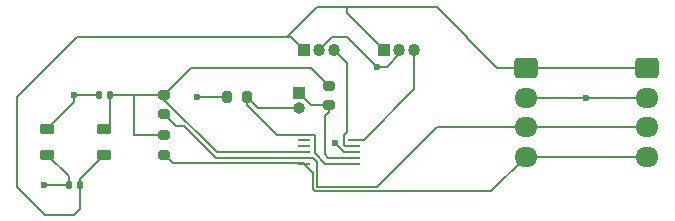
<source format=gbr>
%TF.GenerationSoftware,KiCad,Pcbnew,8.0.1*%
%TF.CreationDate,2024-03-19T15:30:11+01:00*%
%TF.ProjectId,lang1,6c616e67-312e-46b6-9963-61645f706362,rev?*%
%TF.SameCoordinates,Original*%
%TF.FileFunction,Copper,L1,Top*%
%TF.FilePolarity,Positive*%
%FSLAX46Y46*%
G04 Gerber Fmt 4.6, Leading zero omitted, Abs format (unit mm)*
G04 Created by KiCad (PCBNEW 8.0.1) date 2024-03-19 15:30:11*
%MOMM*%
%LPD*%
G01*
G04 APERTURE LIST*
G04 Aperture macros list*
%AMRoundRect*
0 Rectangle with rounded corners*
0 $1 Rounding radius*
0 $2 $3 $4 $5 $6 $7 $8 $9 X,Y pos of 4 corners*
0 Add a 4 corners polygon primitive as box body*
4,1,4,$2,$3,$4,$5,$6,$7,$8,$9,$2,$3,0*
0 Add four circle primitives for the rounded corners*
1,1,$1+$1,$2,$3*
1,1,$1+$1,$4,$5*
1,1,$1+$1,$6,$7*
1,1,$1+$1,$8,$9*
0 Add four rect primitives between the rounded corners*
20,1,$1+$1,$2,$3,$4,$5,0*
20,1,$1+$1,$4,$5,$6,$7,0*
20,1,$1+$1,$6,$7,$8,$9,0*
20,1,$1+$1,$8,$9,$2,$3,0*%
G04 Aperture macros list end*
%TA.AperFunction,Conductor*%
%ADD10C,0.200000*%
%TD*%
%TA.AperFunction,SMDPad,CuDef*%
%ADD11RoundRect,0.218750X-0.381250X0.218750X-0.381250X-0.218750X0.381250X-0.218750X0.381250X0.218750X0*%
%TD*%
%TA.AperFunction,ComponentPad*%
%ADD12R,1.030000X1.030000*%
%TD*%
%TA.AperFunction,ComponentPad*%
%ADD13C,1.030000*%
%TD*%
%TA.AperFunction,SMDPad,CuDef*%
%ADD14RoundRect,0.200000X-0.275000X0.200000X-0.275000X-0.200000X0.275000X-0.200000X0.275000X0.200000X0*%
%TD*%
%TA.AperFunction,SMDPad,CuDef*%
%ADD15RoundRect,0.140000X-0.140000X-0.170000X0.140000X-0.170000X0.140000X0.170000X-0.140000X0.170000X0*%
%TD*%
%TA.AperFunction,SMDPad,CuDef*%
%ADD16R,1.100000X0.250000*%
%TD*%
%TA.AperFunction,SMDPad,CuDef*%
%ADD17RoundRect,0.200000X0.200000X0.275000X-0.200000X0.275000X-0.200000X-0.275000X0.200000X-0.275000X0*%
%TD*%
%TA.AperFunction,ComponentPad*%
%ADD18RoundRect,0.250000X-0.725000X0.600000X-0.725000X-0.600000X0.725000X-0.600000X0.725000X0.600000X0*%
%TD*%
%TA.AperFunction,ComponentPad*%
%ADD19O,1.950000X1.700000*%
%TD*%
%TA.AperFunction,ComponentPad*%
%ADD20R,1.000000X1.000000*%
%TD*%
%TA.AperFunction,ComponentPad*%
%ADD21O,1.000000X1.000000*%
%TD*%
%TA.AperFunction,ViaPad*%
%ADD22C,0.600000*%
%TD*%
G04 APERTURE END LIST*
D10*
%TO.N,VDD*%
X157480000Y-56000000D02*
X144780000Y-56000000D01*
%TD*%
D11*
%TO.P,FB1,1*%
%TO.N,GND*%
X106680000Y-61200000D03*
%TO.P,FB1,2*%
X106680000Y-63325000D03*
%TD*%
D12*
%TO.P,VDD,1,VCC*%
%TO.N,VDD*%
X135228000Y-54450000D03*
D13*
%TO.P,VDD,2,GND*%
%TO.N,GND*%
X136498000Y-54450000D03*
%TO.P,VDD,3,OUT*%
%TO.N,Net-(U1-AIN1)*%
X137768000Y-54450000D03*
%TD*%
D14*
%TO.P,R2,1*%
%TO.N,VDD*%
X130492485Y-57495679D03*
%TO.P,R2,2*%
%TO.N,Net-(J3-Pin_1)*%
X130492485Y-59145679D03*
%TD*%
D15*
%TO.P,C2,1*%
%TO.N,GND*%
X111040000Y-58245000D03*
%TO.P,C2,2*%
%TO.N,VDD*%
X112000000Y-58245000D03*
%TD*%
D11*
%TO.P,FB2,1*%
%TO.N,VDD*%
X111520000Y-61200000D03*
%TO.P,FB2,2*%
X111520000Y-63325000D03*
%TD*%
D16*
%TO.P,U1,1,ADDR*%
%TO.N,Net-(J3-Pin_2)*%
X132690000Y-64110000D03*
%TO.P,U1,2,ALERT/RDY*%
%TO.N,Net-(J3-Pin_1)*%
X132690000Y-63610000D03*
%TO.P,U1,3,GND*%
%TO.N,GND*%
X132690000Y-63110000D03*
%TO.P,U1,4,AIN0*%
%TO.N,Net-(U1-AIN0)*%
X132690000Y-62610000D03*
%TO.P,U1,5,AIN1*%
%TO.N,Net-(U1-AIN1)*%
X132690000Y-62110000D03*
%TO.P,U1,6,AIN2*%
%TO.N,unconnected-(U1-AIN2-Pad6)*%
X128390000Y-62110000D03*
%TO.P,U1,7,AIN3*%
%TO.N,unconnected-(U1-AIN3-Pad7)*%
X128390000Y-62610000D03*
%TO.P,U1,8,VDD*%
%TO.N,VDD*%
X128390000Y-63110000D03*
%TO.P,U1,9,SDA*%
%TO.N,Net-(J1-Pin_3)*%
X128390000Y-63610000D03*
%TO.P,U1,10,SCL*%
%TO.N,Net-(J1-Pin_4)*%
X128390000Y-64110000D03*
%TD*%
D17*
%TO.P,R1,1*%
%TO.N,Net-(J3-Pin_2)*%
X123570000Y-58420000D03*
%TO.P,R1,2*%
%TO.N,GND*%
X121920000Y-58420000D03*
%TD*%
D15*
%TO.P,C1,1*%
%TO.N,GND*%
X108500000Y-65865000D03*
%TO.P,C1,2*%
%TO.N,VDD*%
X109460000Y-65865000D03*
%TD*%
D14*
%TO.P,R3,1*%
%TO.N,VDD*%
X116600000Y-61675000D03*
%TO.P,R3,2*%
%TO.N,Net-(J1-Pin_4)*%
X116600000Y-63325000D03*
%TD*%
D18*
%TO.P,J2,1,Pin_1*%
%TO.N,VDD*%
X147200000Y-56000000D03*
D19*
%TO.P,J2,2,Pin_2*%
%TO.N,GND*%
X147200000Y-58500000D03*
%TO.P,J2,3,Pin_3*%
%TO.N,Net-(J1-Pin_3)*%
X147200000Y-61000000D03*
%TO.P,J2,4,Pin_4*%
%TO.N,Net-(J1-Pin_4)*%
X147200000Y-63500000D03*
%TD*%
D20*
%TO.P,J3,1,Pin_1*%
%TO.N,Net-(J3-Pin_1)*%
X128012047Y-58123422D03*
D21*
%TO.P,J3,2,Pin_2*%
%TO.N,Net-(J3-Pin_2)*%
X128012047Y-59393422D03*
%TD*%
D12*
%TO.P,VDD,1,VCC*%
%TO.N,VDD*%
X128428000Y-54450000D03*
D13*
%TO.P,VDD,2,GND*%
%TO.N,GND*%
X129698000Y-54450000D03*
%TO.P,VDD,3,OUT*%
%TO.N,Net-(U1-AIN0)*%
X130968000Y-54450000D03*
%TD*%
D14*
%TO.P,R4,1*%
%TO.N,VDD*%
X116600000Y-58245000D03*
%TO.P,R4,2*%
%TO.N,Net-(J1-Pin_3)*%
X116600000Y-59895000D03*
%TD*%
D18*
%TO.P,J1,1,Pin_1*%
%TO.N,VDD*%
X157480000Y-56000000D03*
D19*
%TO.P,J1,2,Pin_2*%
%TO.N,GND*%
X157480000Y-58500000D03*
%TO.P,J1,3,Pin_3*%
%TO.N,Net-(J1-Pin_3)*%
X157480000Y-61000000D03*
%TO.P,J1,4,Pin_4*%
%TO.N,Net-(J1-Pin_4)*%
X157480000Y-63500000D03*
%TD*%
D22*
%TO.N,GND*%
X106440000Y-65865000D03*
X134620000Y-55880000D03*
X119347500Y-58452500D03*
X131045338Y-62367042D03*
X152320000Y-58500000D03*
X108980000Y-58245000D03*
%TD*%
D10*
%TO.N,GND*%
X131788296Y-63110000D02*
X132690000Y-63110000D01*
X108980000Y-58245000D02*
X111040000Y-58245000D01*
X132615000Y-63035000D02*
X132690000Y-63110000D01*
X152320000Y-58500000D02*
X157480000Y-58500000D01*
X108500000Y-65865000D02*
X108500000Y-65145000D01*
X129540000Y-54608000D02*
X129698000Y-54450000D01*
X152320000Y-58500000D02*
X147320000Y-58500000D01*
X108980000Y-58900000D02*
X106680000Y-61200000D01*
X131045338Y-62367042D02*
X131788296Y-63110000D01*
X135428000Y-55880000D02*
X136498000Y-54810000D01*
X121887500Y-58452500D02*
X121920000Y-58420000D01*
X130808000Y-53340000D02*
X129698000Y-54450000D01*
X119347500Y-58452500D02*
X121887500Y-58452500D01*
X108460000Y-65905000D02*
X108500000Y-65865000D01*
X108500000Y-65145000D02*
X106680000Y-63325000D01*
X136498000Y-54810000D02*
X136498000Y-54450000D01*
X132080000Y-53340000D02*
X130808000Y-53340000D01*
X108980000Y-58245000D02*
X108980000Y-58900000D01*
X106440000Y-65865000D02*
X108500000Y-65865000D01*
X134620000Y-55880000D02*
X132080000Y-53340000D01*
X134620000Y-55880000D02*
X135428000Y-55880000D01*
%TO.N,VDD*%
X142240000Y-53340000D02*
X142240000Y-53460000D01*
X104140000Y-66040000D02*
X106505000Y-68405000D01*
X129540000Y-50800000D02*
X139700000Y-50800000D01*
X112000000Y-58245000D02*
X114060000Y-58245000D01*
X116600000Y-58694314D02*
X121015686Y-63110000D01*
X142240000Y-53460000D02*
X144780000Y-56000000D01*
X116600000Y-58245000D02*
X118849673Y-55995327D01*
X127000000Y-53340000D02*
X127318000Y-53340000D01*
X104140000Y-58420000D02*
X104140000Y-66040000D01*
X132080000Y-51302000D02*
X132080000Y-50800000D01*
X112000000Y-58245000D02*
X112000000Y-60720000D01*
X109460000Y-65865000D02*
X109460000Y-65385000D01*
X112000000Y-60720000D02*
X111520000Y-61200000D01*
X109460000Y-65385000D02*
X111520000Y-63325000D01*
X109460000Y-67925000D02*
X109460000Y-65865000D01*
X135228000Y-54450000D02*
X132080000Y-51302000D01*
X139700000Y-50800000D02*
X142240000Y-53340000D01*
X121015686Y-63110000D02*
X128390000Y-63110000D01*
X127000000Y-53340000D02*
X129540000Y-50800000D01*
X106505000Y-68405000D02*
X108980000Y-68405000D01*
X109220000Y-53340000D02*
X104140000Y-58420000D01*
X114060000Y-61675000D02*
X116600000Y-61675000D01*
X128992133Y-55995327D02*
X130492485Y-57495679D01*
X114060000Y-58245000D02*
X116600000Y-58245000D01*
X108980000Y-68405000D02*
X109460000Y-67925000D01*
X147320000Y-56000000D02*
X144900000Y-56000000D01*
X127318000Y-53340000D02*
X128428000Y-54450000D01*
X116600000Y-58245000D02*
X116600000Y-58694314D01*
X114060000Y-58245000D02*
X114060000Y-61675000D01*
X127000000Y-53340000D02*
X109220000Y-53340000D01*
X118849673Y-55995327D02*
X128992133Y-55995327D01*
%TO.N,Net-(J1-Pin_3)*%
X129165000Y-63610000D02*
X129540000Y-63985000D01*
X139660000Y-61000000D02*
X157480000Y-61000000D01*
X129540000Y-66040000D02*
X132080000Y-66040000D01*
X134620000Y-66040000D02*
X139660000Y-61000000D01*
X116600000Y-59895000D02*
X117600000Y-60895000D01*
X120950000Y-63610000D02*
X128390000Y-63610000D01*
X128390000Y-63610000D02*
X129165000Y-63610000D01*
X129540000Y-63985000D02*
X129540000Y-66040000D01*
X118235000Y-60895000D02*
X120950000Y-63610000D01*
X132080000Y-66040000D02*
X134620000Y-66040000D01*
X117600000Y-60895000D02*
X118235000Y-60895000D01*
%TO.N,Net-(U1-AIN1)*%
X133470000Y-62110000D02*
X132690000Y-62110000D01*
X137768000Y-54450000D02*
X137768000Y-57812000D01*
X137768000Y-57812000D02*
X133470000Y-62110000D01*
%TO.N,Net-(U1-AIN0)*%
X131915000Y-62610000D02*
X132690000Y-62610000D01*
X130968000Y-54450000D02*
X132080000Y-55562000D01*
X132080000Y-55562000D02*
X132080000Y-61445000D01*
X132080000Y-61445000D02*
X131840000Y-61685000D01*
X131840000Y-61685000D02*
X131840000Y-62535000D01*
X131840000Y-62535000D02*
X131915000Y-62610000D01*
%TO.N,Net-(J1-Pin_4)*%
X129140000Y-66205685D02*
X129374315Y-66440000D01*
X116600000Y-63325000D02*
X117328676Y-64053676D01*
X144260000Y-66440000D02*
X147200000Y-63500000D01*
X129374315Y-66440000D02*
X144260000Y-66440000D01*
X128390000Y-64110000D02*
X129140000Y-64860000D01*
X129140000Y-64860000D02*
X129140000Y-66205685D01*
X157480000Y-63500000D02*
X147200000Y-63500000D01*
X117328676Y-64053676D02*
X128333676Y-64053676D01*
X128333676Y-64053676D02*
X128390000Y-64110000D01*
%TO.N,Net-(J3-Pin_2)*%
X126091866Y-61685000D02*
X123570000Y-59163134D01*
X123570000Y-59163134D02*
X123570000Y-58420000D01*
X129330686Y-63210000D02*
X129330686Y-61775686D01*
X132690000Y-64110000D02*
X130230686Y-64110000D01*
X124543422Y-59393422D02*
X128012047Y-59393422D01*
X123570000Y-58420000D02*
X124543422Y-59393422D01*
X129240000Y-61685000D02*
X126091866Y-61685000D01*
X129330686Y-61775686D02*
X129240000Y-61685000D01*
X130230686Y-64110000D02*
X129330686Y-63210000D01*
%TO.N,Net-(J3-Pin_1)*%
X130492485Y-59145679D02*
X130492485Y-59739057D01*
X130492485Y-59145679D02*
X129034304Y-59145679D01*
X130477015Y-63610000D02*
X132690000Y-63610000D01*
X130492485Y-59739057D02*
X130175998Y-60055544D01*
X129034304Y-59145679D02*
X128012047Y-58123422D01*
X130175998Y-60055544D02*
X130175998Y-63308983D01*
X130175998Y-63308983D02*
X130477015Y-63610000D01*
%TD*%
M02*

</source>
